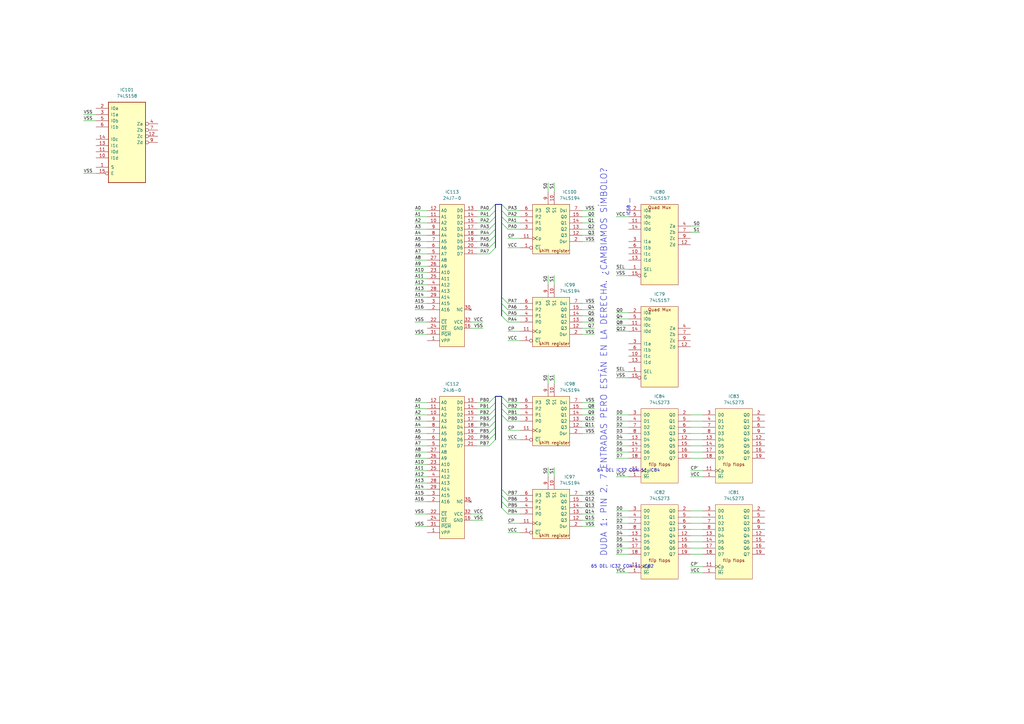
<source format=kicad_sch>
(kicad_sch (version 20231120) (generator "eeschema") (generator_version "8.0")
  (paper "A3")
  (lib_symbols
    (symbol "74LS273_1" (pin_names (offset 1.016))
      (property "Reference" "IC81" (at 0 20.32 0))
      (property "Value" "74LS273" (at 0 17.78 0))
      (symbol "74LS273_1_0_0"
        (text "flip flops" (at 0 -7.62 0) (effects (font (size 1.27 1.27))))
      )
      (symbol "74LS273_1_1_0"
        (pin input line (at -12.7 -12.7 0) (length 5.08) (name "~{Mr}") (number "1"))
        (pin input clock (at -12.7 -10.16 0) (length 5.08) (name "Cp") (number "11"))
        (pin output line (at 12.7 2.54 180) (length 5.08) (name "Q4") (number "12"))
        (pin input line (at -12.7 2.54 0) (length 5.08) (name "D4") (number "13"))
        (pin input line (at -12.7 0 0) (length 5.08) (name "D5") (number "14"))
        (pin output line (at 12.7 0 180) (length 5.08) (name "Q5") (number "15"))
        (pin output line (at 12.7 -2.54 180) (length 5.08) (name "Q6") (number "16"))
        (pin input line (at -12.7 -2.54 0) (length 5.08) (name "D6") (number "17"))
        (pin input line (at -12.7 -5.08 0) (length 5.08) (name "D7") (number "18"))
        (pin output line (at 12.7 -5.08 180) (length 5.08) (name "Q7") (number "19"))
        (pin output line (at 12.7 12.7 180) (length 5.08) (name "Q0") (number "2"))
        (pin input line (at -12.7 12.7 0) (length 5.08) (name "D0") (number "3"))
        (pin input line (at -12.7 10.16 0) (length 5.08) (name "D1") (number "4"))
        (pin output line (at 12.7 10.16 180) (length 5.08) (name "Q1") (number "5"))
        (pin output line (at 12.7 7.62 180) (length 5.08) (name "Q2") (number "6"))
        (pin input line (at -12.7 7.62 0) (length 5.08) (name "D2") (number "7"))
        (pin input line (at -12.7 5.08 0) (length 5.08) (name "D3") (number "8"))
        (pin output line (at 12.7 5.08 180) (length 5.08) (name "Q3") (number "9"))
      )
      (symbol "74LS273_1_1_1"
        (rectangle (start -7.62 15.24) (end 7.62 -15.24) (stroke (width 0.127)) (fill (type background)))
      )
    )
    (symbol "74LS273_2" (pin_names (offset 1.016))
      (property "Reference" "IC82" (at 0 20.32 0))
      (property "Value" "74LS273" (at 0 17.78 0))
      (symbol "74LS273_2_0_0"
        (text "flip flops" (at 0 -7.62 0) (effects (font (size 1.27 1.27))))
      )
      (symbol "74LS273_2_1_0"
        (pin input line (at -12.7 -12.7 0) (length 5.08) (name "~{Mr}") (number "1"))
        (pin input clock (at -12.7 -10.16 0) (length 5.08) (name "Cp") (number "11"))
        (pin output line (at 12.7 2.54 180) (length 5.08) (name "Q4") (number "12"))
        (pin input line (at -12.7 2.54 0) (length 5.08) (name "D4") (number "13"))
        (pin input line (at -12.7 0 0) (length 5.08) (name "D5") (number "14"))
        (pin output line (at 12.7 0 180) (length 5.08) (name "Q5") (number "15"))
        (pin output line (at 12.7 -2.54 180) (length 5.08) (name "Q6") (number "16"))
        (pin input line (at -12.7 -2.54 0) (length 5.08) (name "D6") (number "17"))
        (pin input line (at -12.7 -5.08 0) (length 5.08) (name "D7") (number "18"))
        (pin output line (at 12.7 -5.08 180) (length 5.08) (name "Q7") (number "19"))
        (pin output line (at 12.7 12.7 180) (length 5.08) (name "Q0") (number "2"))
        (pin input line (at -12.7 12.7 0) (length 5.08) (name "D0") (number "3"))
        (pin input line (at -12.7 10.16 0) (length 5.08) (name "D1") (number "4"))
        (pin output line (at 12.7 10.16 180) (length 5.08) (name "Q1") (number "5"))
        (pin output line (at 12.7 7.62 180) (length 5.08) (name "Q2") (number "6"))
        (pin input line (at -12.7 7.62 0) (length 5.08) (name "D2") (number "7"))
        (pin input line (at -12.7 5.08 0) (length 5.08) (name "D3") (number "8"))
        (pin output line (at 12.7 5.08 180) (length 5.08) (name "Q3") (number "9"))
      )
      (symbol "74LS273_2_1_1"
        (rectangle (start -7.62 15.24) (end 7.62 -15.24) (stroke (width 0.127)) (fill (type background)))
      )
    )
    (symbol "74LS273_3" (pin_names (offset 1.016))
      (property "Reference" "IC84" (at 0 20.32 0))
      (property "Value" "74LS273" (at 0 17.78 0))
      (symbol "74LS273_3_0_0"
        (text "flip flops" (at 0 -7.62 0) (effects (font (size 1.27 1.27))))
      )
      (symbol "74LS273_3_1_0"
        (pin input line (at -12.7 -12.7 0) (length 5.08) (name "~{Mr}") (number "1"))
        (pin input clock (at -12.7 -10.16 0) (length 5.08) (name "Cp") (number "11"))
        (pin output line (at 12.7 2.54 180) (length 5.08) (name "Q4") (number "12"))
        (pin input line (at -12.7 2.54 0) (length 5.08) (name "D4") (number "13"))
        (pin input line (at -12.7 0 0) (length 5.08) (name "D5") (number "14"))
        (pin output line (at 12.7 0 180) (length 5.08) (name "Q5") (number "15"))
        (pin output line (at 12.7 -2.54 180) (length 5.08) (name "Q6") (number "16"))
        (pin input line (at -12.7 -2.54 0) (length 5.08) (name "D6") (number "17"))
        (pin input line (at -12.7 -5.08 0) (length 5.08) (name "D7") (number "18"))
        (pin output line (at 12.7 -5.08 180) (length 5.08) (name "Q7") (number "19"))
        (pin output line (at 12.7 12.7 180) (length 5.08) (name "Q0") (number "2"))
        (pin input line (at -12.7 12.7 0) (length 5.08) (name "D0") (number "3"))
        (pin input line (at -12.7 10.16 0) (length 5.08) (name "D1") (number "4"))
        (pin output line (at 12.7 10.16 180) (length 5.08) (name "Q1") (number "5"))
        (pin output line (at 12.7 7.62 180) (length 5.08) (name "Q2") (number "6"))
        (pin input line (at -12.7 7.62 0) (length 5.08) (name "D2") (number "7"))
        (pin input line (at -12.7 5.08 0) (length 5.08) (name "D3") (number "8"))
        (pin output line (at 12.7 5.08 180) (length 5.08) (name "Q3") (number "9"))
      )
      (symbol "74LS273_3_1_1"
        (rectangle (start -7.62 15.24) (end 7.62 -15.24) (stroke (width 0.127)) (fill (type background)))
      )
    )
    (symbol "jt74:74LS157" (pin_names (offset 1.016))
      (property "Reference" "U" (at 5.08 16.51 0))
      (property "Value" "74LS157" (at 0 -16.51 0))
      (symbol "74LS157_0_0"
        (text "Quad Mux" (at 0 13.97 0) (effects (font (size 1.27 1.27))))
      )
      (symbol "74LS157_1_0"
        (pin input line (at -12.7 -11.43 0) (length 5.08) (name "SEL") (number "1"))
        (pin input line (at -12.7 -5.08 0) (length 5.08) (name "I1c") (number "10"))
        (pin input line (at -12.7 7.62 0) (length 5.08) (name "I0c") (number "11"))
        (pin output line (at 12.7 -1.27 180) (length 5.08) (name "Zd") (number "12"))
        (pin input line (at -12.7 -7.62 0) (length 5.08) (name "I1d") (number "13"))
        (pin input line (at -12.7 5.08 0) (length 5.08) (name "I0d") (number "14"))
        (pin input inverted (at -12.7 -13.97 0) (length 5.08) (name "~{G}") (number "15"))
        (pin input line (at -12.7 12.7 0) (length 5.08) (name "I0a") (number "2"))
        (pin input line (at -12.7 0 0) (length 5.08) (name "I1a") (number "3"))
        (pin output line (at 12.7 6.35 180) (length 5.08) (name "Za") (number "4"))
        (pin input line (at -12.7 10.16 0) (length 5.08) (name "I0b") (number "5"))
        (pin input line (at -12.7 -2.54 0) (length 5.08) (name "I1b") (number "6"))
        (pin output line (at 12.7 3.81 180) (length 5.08) (name "Zb") (number "7"))
        (pin output line (at 12.7 1.27 180) (length 5.08) (name "Zc") (number "9"))
      )
      (symbol "74LS157_1_1"
        (rectangle (start -7.62 15.24) (end 7.62 -17.78) (fill (type background)))
      )
    )
    (symbol "jt74:74LS158" (pin_names (offset 1.016))
      (property "Reference" "IC101" (at 0 20.32 0))
      (property "Value" "74LS158" (at 0 17.78 0))
      (symbol "74LS158_1_0"
        (pin input line (at -12.7 -11.43 0) (length 5.08) (name "S") (number "1"))
        (pin input line (at -12.7 -7.62 0) (length 5.08) (name "I1d") (number "10"))
        (pin input line (at -12.7 -5.08 0) (length 5.08) (name "I0d") (number "11"))
        (pin output inverted (at 12.7 1.27 180) (length 5.08) (name "Zc") (number "12"))
        (pin input line (at -12.7 -2.54 0) (length 5.08) (name "I1c") (number "13"))
        (pin input line (at -12.7 0 0) (length 5.08) (name "I0c") (number "14"))
        (pin input inverted (at -12.7 -13.97 0) (length 5.08) (name "E") (number "15"))
        (pin input line (at 0 20.32 270) (length 5.08) hide (name "VCC") (number "16"))
        (pin input line (at -12.7 12.7 0) (length 5.08) (name "I0a") (number "2"))
        (pin input line (at -12.7 10.16 0) (length 5.08) (name "I1a") (number "3"))
        (pin output inverted (at 12.7 6.35 180) (length 5.08) (name "Za") (number "4"))
        (pin input line (at -12.7 7.62 0) (length 5.08) (name "I0b") (number "5"))
        (pin input line (at -12.7 5.08 0) (length 5.08) (name "I1b") (number "6"))
        (pin output inverted (at 12.7 3.81 180) (length 5.08) (name "Zb") (number "7"))
        (pin input line (at 0 -22.86 90) (length 5.08) hide (name "GND") (number "8"))
        (pin output inverted (at 12.7 -1.27 180) (length 5.08) (name "Zd") (number "9"))
      )
      (symbol "74LS158_1_1"
        (rectangle (start -7.62 15.24) (end 7.62 -17.78) (stroke (width 0.254)) (fill (type background)))
      )
    )
    (symbol "jt74:74LS194" (pin_names (offset 1.016))
      (property "Reference" "U" (at 0 -2.54 0))
      (property "Value" "74LS194" (at 0 -13.97 0))
      (symbol "74LS194_0_0"
        (text "shift register" (at 1.27 -11.43 0) (effects (font (size 1.27 1.27))))
      )
      (symbol "74LS194_1_0"
        (pin input inverted (at -12.7 -10.16 0) (length 5.08) (name "~{CL}") (number "1"))
        (pin input line (at 1.27 12.7 270) (length 5.08) (name "S1") (number "10"))
        (pin input clock (at -12.7 -6.35 0) (length 5.08) (name "Cp") (number "11"))
        (pin output line (at 12.7 -5.08 180) (length 5.08) (name "Q3") (number "12"))
        (pin output line (at 12.7 -2.54 180) (length 5.08) (name "Q2") (number "13"))
        (pin output line (at 12.7 0 180) (length 5.08) (name "Q1") (number "14"))
        (pin output line (at 12.7 2.54 180) (length 5.08) (name "Q0") (number "15"))
        (pin input line (at 12.7 -7.62 180) (length 5.08) (name "Dsr") (number "2"))
        (pin input line (at -12.7 -2.54 0) (length 5.08) (name "P0") (number "3"))
        (pin input line (at -12.7 0 0) (length 5.08) (name "P1") (number "4"))
        (pin input line (at -12.7 2.54 0) (length 5.08) (name "P2") (number "5"))
        (pin input line (at -12.7 5.08 0) (length 5.08) (name "P3") (number "6"))
        (pin input line (at 12.7 5.08 180) (length 5.08) (name "Dsl") (number "7"))
        (pin input line (at -1.27 12.7 270) (length 5.08) (name "S0") (number "9"))
      )
      (symbol "74LS194_1_1"
        (rectangle (start -7.62 7.62) (end 7.62 -12.7) (fill (type background)))
      )
    )
    (symbol "jt74:74LS273" (pin_names (offset 1.016))
      (property "Reference" "IC83" (at 0 20.32 0))
      (property "Value" "74LS273" (at 0 17.78 0))
      (symbol "74LS273_0_0"
        (text "flip flops" (at 0 -7.62 0) (effects (font (size 1.27 1.27))))
      )
      (symbol "74LS273_1_0"
        (pin input line (at -12.7 -12.7 0) (length 5.08) (name "~{Mr}") (number "1"))
        (pin input clock (at -12.7 -10.16 0) (length 5.08) (name "Cp") (number "11"))
        (pin output line (at 12.7 2.54 180) (length 5.08) (name "Q4") (number "12"))
        (pin input line (at -12.7 2.54 0) (length 5.08) (name "D4") (number "13"))
        (pin input line (at -12.7 0 0) (length 5.08) (name "D5") (number "14"))
        (pin output line (at 12.7 0 180) (length 5.08) (name "Q5") (number "15"))
        (pin output line (at 12.7 -2.54 180) (length 5.08) (name "Q6") (number "16"))
        (pin input line (at -12.7 -2.54 0) (length 5.08) (name "D6") (number "17"))
        (pin input line (at -12.7 -5.08 0) (length 5.08) (name "D7") (number "18"))
        (pin output line (at 12.7 -5.08 180) (length 5.08) (name "Q7") (number "19"))
        (pin output line (at 12.7 12.7 180) (length 5.08) (name "Q0") (number "2"))
        (pin input line (at -12.7 12.7 0) (length 5.08) (name "D0") (number "3"))
        (pin input line (at -12.7 10.16 0) (length 5.08) (name "D1") (number "4"))
        (pin output line (at 12.7 10.16 180) (length 5.08) (name "Q1") (number "5"))
        (pin output line (at 12.7 7.62 180) (length 5.08) (name "Q2") (number "6"))
        (pin input line (at -12.7 7.62 0) (length 5.08) (name "D2") (number "7"))
        (pin input line (at -12.7 5.08 0) (length 5.08) (name "D3") (number "8"))
        (pin output line (at 12.7 5.08 180) (length 5.08) (name "Q3") (number "9"))
      )
      (symbol "74LS273_1_1"
        (rectangle (start -7.62 15.24) (end 7.62 -15.24) (stroke (width 0.127)) (fill (type background)))
      )
    )
    (symbol "jt_rom:27C1000"
      (property "Reference" "U" (at 0 33.02 0))
      (property "Value" "27C1000" (at 0 30.48 0))
      (symbol "27C1000_1_0"
        (pin no_connect line (at 7.62 -13.97 180) (length 2.54) (name "NC") (number "30"))
      )
      (symbol "27C1000_1_1"
        (rectangle (start -5.08 29.21) (end 5.08 -29.21) (fill (type background)))
        (pin input line (at -10.16 -26.67 0) (length 5.08) (name "VPP") (number "1"))
        (pin input line (at -10.16 21.59 0) (length 5.08) (name "A2") (number "10"))
        (pin input line (at -10.16 24.13 0) (length 5.08) (name "A1") (number "11"))
        (pin input line (at -10.16 26.67 0) (length 5.08) (name "A0") (number "12"))
        (pin tri_state line (at 10.16 26.67 180) (length 5.08) (name "D0") (number "13"))
        (pin tri_state line (at 10.16 24.13 180) (length 5.08) (name "D1") (number "14"))
        (pin tri_state line (at 10.16 21.59 180) (length 5.08) (name "D2") (number "15"))
        (pin power_in line (at 7.62 -21.59 180) (length 2.54) (name "GND") (number "16"))
        (pin tri_state line (at 10.16 19.05 180) (length 5.08) (name "D3") (number "17"))
        (pin tri_state line (at 10.16 16.51 180) (length 5.08) (name "D4") (number "18"))
        (pin tri_state line (at 10.16 13.97 180) (length 5.08) (name "D5") (number "19"))
        (pin input line (at -10.16 -13.97 0) (length 5.08) (name "A16") (number "2"))
        (pin tri_state line (at 10.16 11.43 180) (length 5.08) (name "D6") (number "20"))
        (pin tri_state line (at 10.16 8.89 180) (length 5.08) (name "D7") (number "21"))
        (pin input line (at -10.16 -19.05 0) (length 5.08) (name "~{CE}") (number "22"))
        (pin input line (at -10.16 1.27 0) (length 5.08) (name "A10") (number "23"))
        (pin input line (at -10.16 -21.59 0) (length 5.08) (name "~{OE}") (number "24"))
        (pin input line (at -10.16 -1.27 0) (length 5.08) (name "A11") (number "25"))
        (pin input line (at -10.16 3.81 0) (length 5.08) (name "A9") (number "26"))
        (pin input line (at -10.16 6.35 0) (length 5.08) (name "A8") (number "27"))
        (pin input line (at -10.16 -6.35 0) (length 5.08) (name "A13") (number "28"))
        (pin input line (at -10.16 -8.89 0) (length 5.08) (name "A14") (number "29"))
        (pin input line (at -10.16 -11.43 0) (length 5.08) (name "A15") (number "3"))
        (pin input line (at -10.16 -24.13 0) (length 5.08) (name "~{PGM}") (number "31"))
        (pin power_in line (at 7.62 -19.05 180) (length 2.54) (name "VCC") (number "32"))
        (pin input line (at -10.16 -3.81 0) (length 5.08) (name "A12") (number "4"))
        (pin input line (at -10.16 8.89 0) (length 5.08) (name "A7") (number "5"))
        (pin input line (at -10.16 11.43 0) (length 5.08) (name "A6") (number "6"))
        (pin input line (at -10.16 13.97 0) (length 5.08) (name "A5") (number "7"))
        (pin input line (at -10.16 16.51 0) (length 5.08) (name "A4") (number "8"))
        (pin input line (at -10.16 19.05 0) (length 5.08) (name "A3") (number "9"))
      )
    )
  )
  (bus_entry (at 200.66 101.6) (size 2.54 -2.54))
  (bus_entry (at 200.66 86.36) (size 2.54 -2.54))
  (bus_entry (at 205.74 170.18) (size 2.54 2.54))
  (bus_entry (at 200.66 165.1) (size 2.54 -2.54))
  (bus_entry (at 205.74 127) (size 2.54 2.54))
  (bus_entry (at 200.66 180.34) (size 2.54 -2.54))
  (bus_entry (at 205.74 200.66) (size 2.54 2.54))
  (bus_entry (at 205.74 165.1) (size 2.54 2.54))
  (bus_entry (at 205.74 203.2) (size 2.54 2.54))
  (bus_entry (at 205.74 83.82) (size 2.54 2.54))
  (bus_entry (at 205.74 121.92) (size 2.54 2.54))
  (bus_entry (at 200.66 170.18) (size 2.54 -2.54))
  (bus_entry (at 200.66 175.26) (size 2.54 -2.54))
  (bus_entry (at 200.66 182.88) (size 2.54 -2.54))
  (bus_entry (at 205.74 124.46) (size 2.54 2.54))
  (bus_entry (at 205.74 167.64) (size 2.54 2.54))
  (bus_entry (at 200.66 93.98) (size 2.54 -2.54))
  (bus_entry (at 200.66 91.44) (size 2.54 -2.54))
  (bus_entry (at 205.74 208.28) (size 2.54 2.54))
  (bus_entry (at 205.74 86.36) (size 2.54 2.54))
  (bus_entry (at 200.66 167.64) (size 2.54 -2.54))
  (bus_entry (at 205.74 162.56) (size 2.54 2.54))
  (bus_entry (at 205.74 129.54) (size 2.54 2.54))
  (bus_entry (at 200.66 96.52) (size 2.54 -2.54))
  (bus_entry (at 200.66 99.06) (size 2.54 -2.54))
  (bus_entry (at 200.66 104.14) (size 2.54 -2.54))
  (bus_entry (at 205.74 88.9) (size 2.54 2.54))
  (bus_entry (at 200.66 177.8) (size 2.54 -2.54))
  (bus_entry (at 200.66 172.72) (size 2.54 -2.54))
  (bus_entry (at 205.74 91.44) (size 2.54 2.54))
  (bus_entry (at 205.74 205.74) (size 2.54 2.54))
  (bus_entry (at 200.66 88.9) (size 2.54 -2.54))
  (bus (pts (xy 203.2 165.1) (xy 203.2 167.64)))
  (wire (pts (xy 252.73 128.27) (xy 257.81 128.27)))
  (wire (pts (xy 200.66 88.9) (xy 195.58 88.9)))
  (wire (pts (xy 252.73 175.26) (xy 257.81 175.26)))
  (wire (pts (xy 252.73 170.18) (xy 257.81 170.18)))
  (wire (pts (xy 170.18 111.76) (xy 175.26 111.76)))
  (wire (pts (xy 283.21 234.95) (xy 288.29 234.95)))
  (wire (pts (xy 252.73 133.35) (xy 257.81 133.35)))
  (wire (pts (xy 288.29 227.33) (xy 283.21 227.33)))
  (bus (pts (xy 203.2 93.98) (xy 203.2 96.52)))
  (wire (pts (xy 208.28 176.53) (xy 213.36 176.53)))
  (wire (pts (xy 287.02 92.71) (xy 283.21 92.71)))
  (wire (pts (xy 200.66 177.8) (xy 195.58 177.8)))
  (wire (pts (xy 208.28 127) (xy 213.36 127)))
  (wire (pts (xy 208.28 132.08) (xy 213.36 132.08)))
  (wire (pts (xy 243.84 96.52) (xy 238.76 96.52)))
  (bus (pts (xy 203.2 91.44) (xy 203.2 93.98)))
  (wire (pts (xy 208.28 208.28) (xy 213.36 208.28)))
  (wire (pts (xy 170.18 104.14) (xy 175.26 104.14)))
  (wire (pts (xy 283.21 232.41) (xy 288.29 232.41)))
  (bus (pts (xy 205.74 124.46) (xy 205.74 121.92)))
  (wire (pts (xy 208.28 167.64) (xy 213.36 167.64)))
  (wire (pts (xy 288.29 222.25) (xy 283.21 222.25)))
  (bus (pts (xy 203.2 162.56) (xy 203.2 165.1)))
  (wire (pts (xy 170.18 198.12) (xy 175.26 198.12)))
  (wire (pts (xy 227.33 191.77) (xy 227.33 195.58)))
  (wire (pts (xy 243.84 213.36) (xy 238.76 213.36)))
  (wire (pts (xy 200.66 182.88) (xy 195.58 182.88)))
  (wire (pts (xy 170.18 165.1) (xy 175.26 165.1)))
  (wire (pts (xy 243.84 203.2) (xy 238.76 203.2)))
  (wire (pts (xy 170.18 185.42) (xy 175.26 185.42)))
  (wire (pts (xy 287.02 95.25) (xy 283.21 95.25)))
  (wire (pts (xy 170.18 195.58) (xy 175.26 195.58)))
  (wire (pts (xy 208.28 218.44) (xy 213.36 218.44)))
  (wire (pts (xy 170.18 167.64) (xy 175.26 167.64)))
  (wire (pts (xy 208.28 205.74) (xy 213.36 205.74)))
  (wire (pts (xy 170.18 215.9) (xy 175.26 215.9)))
  (wire (pts (xy 170.18 101.6) (xy 175.26 101.6)))
  (wire (pts (xy 227.33 74.93) (xy 227.33 78.74)))
  (wire (pts (xy 288.29 180.34) (xy 283.21 180.34)))
  (wire (pts (xy 243.84 205.74) (xy 238.76 205.74)))
  (wire (pts (xy 170.18 137.16) (xy 175.26 137.16)))
  (wire (pts (xy 224.79 153.67) (xy 224.79 157.48)))
  (bus (pts (xy 205.74 165.1) (xy 205.74 162.56)))
  (wire (pts (xy 170.18 175.26) (xy 175.26 175.26)))
  (wire (pts (xy 224.79 74.93) (xy 224.79 78.74)))
  (wire (pts (xy 170.18 172.72) (xy 175.26 172.72)))
  (wire (pts (xy 243.84 129.54) (xy 238.76 129.54)))
  (bus (pts (xy 205.74 91.44) (xy 205.74 88.9)))
  (wire (pts (xy 252.73 187.96) (xy 257.81 187.96)))
  (wire (pts (xy 288.29 177.8) (xy 283.21 177.8)))
  (wire (pts (xy 288.29 185.42) (xy 283.21 185.42)))
  (bus (pts (xy 205.74 121.92) (xy 205.74 91.44)))
  (wire (pts (xy 243.84 132.08) (xy 238.76 132.08)))
  (wire (pts (xy 170.18 182.88) (xy 175.26 182.88)))
  (wire (pts (xy 208.28 214.63) (xy 213.36 214.63)))
  (wire (pts (xy 208.28 124.46) (xy 213.36 124.46)))
  (bus (pts (xy 203.2 86.36) (xy 203.2 88.9)))
  (bus (pts (xy 205.74 200.66) (xy 205.74 170.18)))
  (wire (pts (xy 243.84 134.62) (xy 238.76 134.62)))
  (bus (pts (xy 205.74 127) (xy 205.74 124.46)))
  (wire (pts (xy 243.84 165.1) (xy 238.76 165.1)))
  (wire (pts (xy 243.84 91.44) (xy 238.76 91.44)))
  (wire (pts (xy 288.29 209.55) (xy 283.21 209.55)))
  (wire (pts (xy 288.29 214.63) (xy 283.21 214.63)))
  (wire (pts (xy 252.73 135.89) (xy 257.81 135.89)))
  (wire (pts (xy 227.33 153.67) (xy 227.33 157.48)))
  (bus (pts (xy 205.74 162.56) (xy 203.2 162.56)))
  (wire (pts (xy 208.28 165.1) (xy 213.36 165.1)))
  (wire (pts (xy 208.28 93.98) (xy 213.36 93.98)))
  (bus (pts (xy 205.74 129.54) (xy 205.74 127)))
  (wire (pts (xy 170.18 193.04) (xy 175.26 193.04)))
  (wire (pts (xy 243.84 93.98) (xy 238.76 93.98)))
  (wire (pts (xy 208.28 86.36) (xy 213.36 86.36)))
  (wire (pts (xy 208.28 97.79) (xy 213.36 97.79)))
  (wire (pts (xy 170.18 116.84) (xy 175.26 116.84)))
  (wire (pts (xy 170.18 119.38) (xy 175.26 119.38)))
  (wire (pts (xy 34.29 71.12) (xy 39.37 71.12)))
  (wire (pts (xy 252.73 152.4) (xy 257.81 152.4)))
  (wire (pts (xy 288.29 219.71) (xy 283.21 219.71)))
  (wire (pts (xy 170.18 132.08) (xy 175.26 132.08)))
  (wire (pts (xy 208.28 101.6) (xy 213.36 101.6)))
  (wire (pts (xy 243.84 88.9) (xy 238.76 88.9)))
  (wire (pts (xy 243.84 124.46) (xy 238.76 124.46)))
  (wire (pts (xy 283.21 193.04) (xy 288.29 193.04)))
  (wire (pts (xy 170.18 93.98) (xy 175.26 93.98)))
  (bus (pts (xy 203.2 177.8) (xy 203.2 180.34)))
  (wire (pts (xy 198.12 132.08) (xy 193.04 132.08)))
  (wire (pts (xy 252.73 217.17) (xy 257.81 217.17)))
  (wire (pts (xy 252.73 185.42) (xy 257.81 185.42)))
  (wire (pts (xy 283.21 195.58) (xy 288.29 195.58)))
  (bus (pts (xy 203.2 99.06) (xy 203.2 101.6)))
  (wire (pts (xy 200.66 165.1) (xy 195.58 165.1)))
  (wire (pts (xy 170.18 88.9) (xy 175.26 88.9)))
  (wire (pts (xy 34.29 46.99) (xy 39.37 46.99)))
  (bus (pts (xy 205.74 86.36) (xy 205.74 83.82)))
  (bus (pts (xy 205.74 167.64) (xy 205.74 165.1)))
  (wire (pts (xy 200.66 91.44) (xy 195.58 91.44)))
  (wire (pts (xy 170.18 205.74) (xy 175.26 205.74)))
  (wire (pts (xy 208.28 135.89) (xy 213.36 135.89)))
  (wire (pts (xy 170.18 96.52) (xy 175.26 96.52)))
  (wire (pts (xy 252.73 234.95) (xy 257.81 234.95)))
  (wire (pts (xy 208.28 129.54) (xy 213.36 129.54)))
  (wire (pts (xy 170.18 114.3) (xy 175.26 114.3)))
  (wire (pts (xy 243.84 167.64) (xy 238.76 167.64)))
  (wire (pts (xy 252.73 88.9) (xy 257.81 88.9)))
  (wire (pts (xy 200.66 93.98) (xy 195.58 93.98)))
  (wire (pts (xy 252.73 182.88) (xy 257.81 182.88)))
  (wire (pts (xy 170.18 124.46) (xy 175.26 124.46)))
  (wire (pts (xy 208.28 180.34) (xy 213.36 180.34)))
  (wire (pts (xy 243.84 99.06) (xy 238.76 99.06)))
  (bus (pts (xy 203.2 96.52) (xy 203.2 99.06)))
  (wire (pts (xy 170.18 190.5) (xy 175.26 190.5)))
  (wire (pts (xy 200.66 172.72) (xy 195.58 172.72)))
  (bus (pts (xy 205.74 208.28) (xy 205.74 205.74)))
  (wire (pts (xy 243.84 127) (xy 238.76 127)))
  (wire (pts (xy 252.73 222.25) (xy 257.81 222.25)))
  (wire (pts (xy 208.28 172.72) (xy 213.36 172.72)))
  (wire (pts (xy 252.73 177.8) (xy 257.81 177.8)))
  (wire (pts (xy 288.29 175.26) (xy 283.21 175.26)))
  (wire (pts (xy 170.18 170.18) (xy 175.26 170.18)))
  (wire (pts (xy 288.29 187.96) (xy 283.21 187.96)))
  (bus (pts (xy 203.2 175.26) (xy 203.2 177.8)))
  (wire (pts (xy 243.84 175.26) (xy 238.76 175.26)))
  (wire (pts (xy 288.29 212.09) (xy 283.21 212.09)))
  (wire (pts (xy 252.73 214.63) (xy 257.81 214.63)))
  (wire (pts (xy 170.18 99.06) (xy 175.26 99.06)))
  (wire (pts (xy 170.18 203.2) (xy 175.26 203.2)))
  (bus (pts (xy 205.74 205.74) (xy 205.74 203.2)))
  (wire (pts (xy 198.12 134.62) (xy 193.04 134.62)))
  (wire (pts (xy 170.18 127) (xy 175.26 127)))
  (wire (pts (xy 243.84 170.18) (xy 238.76 170.18)))
  (wire (pts (xy 243.84 172.72) (xy 238.76 172.72)))
  (wire (pts (xy 252.73 219.71) (xy 257.81 219.71)))
  (wire (pts (xy 252.73 172.72) (xy 257.81 172.72)))
  (wire (pts (xy 252.73 154.94) (xy 257.81 154.94)))
  (wire (pts (xy 200.66 101.6) (xy 195.58 101.6)))
  (wire (pts (xy 208.28 88.9) (xy 213.36 88.9)))
  (wire (pts (xy 224.79 191.77) (xy 224.79 195.58)))
  (wire (pts (xy 252.73 195.58) (xy 257.81 195.58)))
  (wire (pts (xy 252.73 113.03) (xy 257.81 113.03)))
  (wire (pts (xy 288.29 224.79) (xy 283.21 224.79)))
  (wire (pts (xy 243.84 210.82) (xy 238.76 210.82)))
  (wire (pts (xy 200.66 86.36) (xy 195.58 86.36)))
  (wire (pts (xy 208.28 210.82) (xy 213.36 210.82)))
  (wire (pts (xy 200.66 96.52) (xy 195.58 96.52)))
  (wire (pts (xy 288.29 217.17) (xy 283.21 217.17)))
  (wire (pts (xy 200.66 170.18) (xy 195.58 170.18)))
  (wire (pts (xy 198.12 213.36) (xy 193.04 213.36)))
  (wire (pts (xy 288.29 170.18) (xy 283.21 170.18)))
  (wire (pts (xy 170.18 91.44) (xy 175.26 91.44)))
  (wire (pts (xy 224.79 113.03) (xy 224.79 116.84)))
  (wire (pts (xy 243.84 208.28) (xy 238.76 208.28)))
  (wire (pts (xy 200.66 99.06) (xy 195.58 99.06)))
  (wire (pts (xy 200.66 104.14) (xy 195.58 104.14)))
  (wire (pts (xy 252.73 110.49) (xy 257.81 110.49)))
  (wire (pts (xy 170.18 187.96) (xy 175.26 187.96)))
  (wire (pts (xy 208.28 139.7) (xy 213.36 139.7)))
  (wire (pts (xy 243.84 215.9) (xy 238.76 215.9)))
  (wire (pts (xy 208.28 91.44) (xy 213.36 91.44)))
  (bus (pts (xy 203.2 172.72) (xy 203.2 175.26)))
  (wire (pts (xy 288.29 182.88) (xy 283.21 182.88)))
  (wire (pts (xy 227.33 113.03) (xy 227.33 116.84)))
  (wire (pts (xy 170.18 109.22) (xy 175.26 109.22)))
  (wire (pts (xy 170.18 180.34) (xy 175.26 180.34)))
  (wire (pts (xy 34.29 49.53) (xy 39.37 49.53)))
  (bus (pts (xy 203.2 88.9) (xy 203.2 91.44)))
  (wire (pts (xy 170.18 177.8) (xy 175.26 177.8)))
  (wire (pts (xy 252.73 224.79) (xy 257.81 224.79)))
  (wire (pts (xy 170.18 200.66) (xy 175.26 200.66)))
  (wire (pts (xy 243.84 86.36) (xy 238.76 86.36)))
  (wire (pts (xy 200.66 175.26) (xy 195.58 175.26)))
  (wire (pts (xy 252.73 227.33) (xy 257.81 227.33)))
  (wire (pts (xy 200.66 167.64) (xy 195.58 167.64)))
  (bus (pts (xy 203.2 167.64) (xy 203.2 170.18)))
  (bus (pts (xy 203.2 170.18) (xy 203.2 172.72)))
  (wire (pts (xy 252.73 209.55) (xy 257.81 209.55)))
  (bus (pts (xy 205.74 83.82) (xy 203.2 83.82)))
  (wire (pts (xy 170.18 121.92) (xy 175.26 121.92)))
  (wire (pts (xy 170.18 86.36) (xy 175.26 86.36)))
  (bus (pts (xy 205.74 170.18) (xy 205.74 167.64)))
  (wire (pts (xy 208.28 203.2) (xy 213.36 203.2)))
  (wire (pts (xy 288.29 172.72) (xy 283.21 172.72)))
  (wire (pts (xy 252.73 212.09) (xy 257.81 212.09)))
  (wire (pts (xy 243.84 177.8) (xy 238.76 177.8)))
  (bus (pts (xy 205.74 203.2) (xy 205.74 200.66)))
  (wire (pts (xy 198.12 210.82) (xy 193.04 210.82)))
  (bus (pts (xy 203.2 83.82) (xy 203.2 86.36)))
  (wire (pts (xy 170.18 210.82) (xy 175.26 210.82)))
  (wire (pts (xy 208.28 170.18) (xy 213.36 170.18)))
  (bus (pts (xy 205.74 88.9) (xy 205.74 86.36)))
  (wire (pts (xy 200.66 180.34) (xy 195.58 180.34)))
  (wire (pts (xy 252.73 130.81) (xy 257.81 130.81)))
  (wire (pts (xy 170.18 106.68) (xy 175.26 106.68)))
  (wire (pts (xy 252.73 180.34) (xy 257.81 180.34)))
  (wire (pts (xy 243.84 137.16) (xy 238.76 137.16)))
  (text "DUDA 1: PIN 2, 7 ENTRADAS PERO ESTÁN EN LA DERECHA. ¿CAMBIAMOS SÍMBOLO?" (at 247.65 148.59 90) (effects (font (size 2.54 2.54))))
  (text "IC58 ..." (at 257.81 85.09 90) (effects (font (size 1.27 1.27))))
  (text "65 DEL IC32 CON 11 IC82\n" (at 255.27 232.41 0) (effects (font (size 1.27 1.27))))
  (text "64 DEL IC32 CON 11 IC84\n" (at 257.81 193.04 0) (effects (font (size 1.27 1.27))))
  (label "Q4" (at 252.73 130.81 0))
  (label "VSS" (at 243.84 86.36 180))
  (label "S0" (at 224.79 191.77 270))
  (label "VSS" (at 34.29 71.12 0))
  (label "Q15" (at 243.84 213.36 180))
  (label "A10" (at 170.18 190.5 0))
  (label "SEL" (at 252.73 152.4 0))
  (label "A3" (at 170.18 93.98 0))
  (label "VCC" (at 208.28 101.6 0))
  (label "A8" (at 170.18 106.68 0))
  (label "VSS" (at 252.73 113.03 0))
  (label "D5" (at 252.73 182.88 0))
  (label "S1" (at 227.33 74.93 270))
  (label "VCC" (at 208.28 218.44 0))
  (label "VSS" (at 34.29 46.99 0))
  (label "A16" (at 170.18 205.74 0))
  (label "PA7" (at 208.28 124.46 0))
  (label "Q4" (at 243.84 127 180))
  (label "A2" (at 170.18 91.44 0))
  (label "PB3" (at 200.66 172.72 180))
  (label "S0" (at 224.79 153.67 270))
  (label "VSS" (at 198.12 134.62 180))
  (label "CP" (at 208.28 214.63 0))
  (label "PB3" (at 208.28 165.1 0))
  (label "Q6" (at 243.84 132.08 180))
  (label "S1" (at 227.33 191.77 270))
  (label "A11" (at 170.18 193.04 0))
  (label "Q2" (at 243.84 93.98 180))
  (label "PA5" (at 200.66 99.06 180))
  (label "A6" (at 170.18 180.34 0))
  (label "Q12" (at 252.73 135.89 0))
  (label "S0" (at 287.02 92.71 180))
  (label "A7" (at 170.18 104.14 0))
  (label "SEL" (at 252.73 110.49 0))
  (label "PA7" (at 200.66 104.14 180))
  (label "A7" (at 170.18 182.88 0))
  (label "PA0" (at 208.28 93.98 0))
  (label "D0" (at 252.73 209.55 0))
  (label "Q0" (at 243.84 88.9 180))
  (label "CP'" (at 283.21 193.04 0))
  (label "VCC" (at 283.21 234.95 0))
  (label "A8" (at 170.18 185.42 0))
  (label "VSS" (at 243.84 99.06 180))
  (label "A14" (at 170.18 121.92 0))
  (label "VCC" (at 283.21 195.58 0))
  (label "VSS" (at 170.18 210.82 0))
  (label "PA6" (at 208.28 127 0))
  (label "D7" (at 252.73 187.96 0))
  (label "VSS" (at 243.84 215.9 180))
  (label "VSS" (at 243.84 137.16 180))
  (label "VCC" (at 252.73 88.9 0))
  (label "A4" (at 170.18 96.52 0))
  (label "Q8" (at 252.73 133.35 0))
  (label "VSS" (at 170.18 132.08 0))
  (label "A6" (at 170.18 101.6 0))
  (label "A5" (at 170.18 177.8 0))
  (label "PB0" (at 208.28 172.72 0))
  (label "CP" (at 208.28 97.79 0))
  (label "VCC" (at 208.28 139.7 0))
  (label "PB1" (at 208.28 170.18 0))
  (label "PA6" (at 200.66 101.6 180))
  (label "Q8" (at 243.84 167.64 180))
  (label "A9" (at 170.18 187.96 0))
  (label "CP" (at 208.28 176.53 0))
  (label "PB7" (at 208.28 203.2 0))
  (label "A13" (at 170.18 198.12 0))
  (label "A9" (at 170.18 109.22 0))
  (label "PB2" (at 208.28 167.64 0))
  (label "A2" (at 170.18 170.18 0))
  (label "PB0" (at 200.66 165.1 180))
  (label "A5" (at 170.18 99.06 0))
  (label "PB5" (at 208.28 208.28 0))
  (label "PB1" (at 200.66 167.64 180))
  (label "PA2" (at 200.66 91.44 180))
  (label "A0" (at 170.18 165.1 0))
  (label "A12" (at 170.18 195.58 0))
  (label "PA1" (at 208.28 91.44 0))
  (label "A11" (at 170.18 114.3 0))
  (label "D6" (at 252.73 185.42 0))
  (label "CP'" (at 283.21 232.41 0))
  (label "D6" (at 252.73 224.79 0))
  (label "S1" (at 227.33 113.03 270))
  (label "VCC" (at 198.12 132.08 180))
  (label "D5" (at 252.73 222.25 0))
  (label "A1" (at 170.18 167.64 0))
  (label "A4" (at 170.18 175.26 0))
  (label "PB6" (at 200.66 180.34 180))
  (label "VCC" (at 208.28 180.34 0))
  (label "VSS" (at 170.18 137.16 0))
  (label "PB6" (at 208.28 205.74 0))
  (label "S1" (at 287.02 95.25 180))
  (label "S1" (at 227.33 153.67 270))
  (label "PA3" (at 208.28 86.36 0))
  (label "PA1" (at 200.66 88.9 180))
  (label "PA2" (at 208.28 88.9 0))
  (label "VSS" (at 243.84 124.46 180))
  (label "PA4" (at 200.66 96.52 180))
  (label "PA5" (at 208.28 129.54 0))
  (label "VCC" (at 198.12 210.82 180))
  (label "Q0" (at 252.73 128.27 0))
  (label "D0" (at 252.73 170.18 0))
  (label "D3" (at 252.73 177.8 0))
  (label "Q10" (at 243.84 172.72 180))
  (label "Q11" (at 243.84 175.26 180))
  (label "A15" (at 170.18 203.2 0))
  (label "A13" (at 170.18 119.38 0))
  (label "D1" (at 252.73 172.72 0))
  (label "D4" (at 252.73 180.34 0))
  (label "Q1" (at 243.84 91.44 180))
  (label "PB4" (at 200.66 175.26 180))
  (label "PB2" (at 200.66 170.18 180))
  (label "D7" (at 252.73 227.33 0))
  (label "A1" (at 170.18 88.9 0))
  (label "Q7" (at 243.84 134.62 180))
  (label "S0" (at 224.79 113.03 270))
  (label "PA4" (at 208.28 132.08 0))
  (label "VSS" (at 243.84 165.1 180))
  (label "Q9" (at 243.84 170.18 180))
  (label "VCC" (at 252.73 234.95 0))
  (label "A12" (at 170.18 116.84 0))
  (label "VSS" (at 243.84 203.2 180))
  (label "Q12" (at 243.84 205.74 180))
  (label "VSS" (at 170.18 215.9 0))
  (label "A15" (at 170.18 124.46 0))
  (label "D4" (at 252.73 219.71 0))
  (label "A16" (at 170.18 127 0))
  (label "A3" (at 170.18 172.72 0))
  (label "A14" (at 170.18 200.66 0))
  (label "VSS" (at 198.12 213.36 180))
  (label "CP" (at 208.28 135.89 0))
  (label "VCC" (at 252.73 195.58 0))
  (label "PB5" (at 200.66 177.8 180))
  (label "VSS" (at 252.73 154.94 0))
  (label "VSS" (at 34.29 49.53 0))
  (label "PB4" (at 208.28 210.82 0))
  (label "PB7" (at 200.66 182.88 180))
  (label "Q13" (at 243.84 208.28 180))
  (label "Q14" (at 243.84 210.82 180))
  (label "D1" (at 252.73 212.09 0))
  (label "PA0" (at 200.66 86.36 180))
  (label "D3" (at 252.73 217.17 0))
  (label "Q3" (at 243.84 96.52 180))
  (label "S0" (at 224.79 74.93 270))
  (label "VSS" (at 243.84 177.8 180))
  (label "A0" (at 170.18 86.36 0))
  (label "PA3" (at 200.66 93.98 180))
  (label "A10" (at 170.18 111.76 0))
  (label "D2" (at 252.73 214.63 0))
  (label "Q5" (at 243.84 129.54 180))
  (label "D2" (at 252.73 175.26 0))
  (symbol (lib_id "jt74:74LS157") (at 270.51 99.06 0) (unit 1)
    (property "Reference" "IC80" (at 270.51 78.74 0))
    (property "Value" "74LS157" (at 270.51 81.28 0))
    (property "Datasheet" "https://www.alldatasheet.com/datasheet-pdf/pdf/27402/TI/74LS157.html" (effects (hide yes)))
    (property "Description" "Quad 2 to 1 line Multiplexer" (effects (hide yes)))
  )
  (symbol (lib_id "jt74:74LS194") (at 226.06 91.44 0) (unit 1)
    (property "Reference" "IC100" (at 233.68 78.74 0))
    (property "Value" "74LS194" (at 233.68 81.28 0))
    (property "Datasheet" "https://www.ti.com/lit/ds/symlink/sn54ls194a.pdf?ts=1723710191457" (effects (hide yes)))
    (property "Description" "Shift Register 4-bit Bidirectional" (effects (hide yes)))
  )
  (symbol (lib_id "jt_rom:27C1000") (at 185.42 191.77 0) (unit 1)
    (property "Reference" "IC112" (at 185.42 157.48 0))
    (property "Value" "24J6-0" (at 185.42 160.02 0))
    (property "Datasheet" "http://www.bitsavers.org/components/macronix/1993_Macronix_Memory_Data_Book.pdf" (effects (hide yes)))
    (property "Description" "EPROM 1Mbit (128k x 8bit) JEDEC pin out" (effects (hide yes)))
  )
  (symbol (lib_id "jt74:74LS194") (at 226.06 129.54 0) (unit 1)
    (property "Reference" "IC99" (at 233.68 116.84 0))
    (property "Value" "74LS194" (at 233.68 119.38 0))
    (property "Datasheet" "https://www.ti.com/lit/ds/symlink/sn54ls194a.pdf?ts=1723710191457" (effects (hide yes)))
    (property "Description" "Shift Register 4-bit Bidirectional" (effects (hide yes)))
  )
  (symbol (lib_id "jt74:74LS194") (at 226.06 170.18 0) (unit 1)
    (property "Reference" "IC98" (at 233.68 157.48 0))
    (property "Value" "74LS194" (at 233.68 160.02 0))
    (property "Datasheet" "https://www.ti.com/lit/ds/symlink/sn54ls194a.pdf?ts=1723710191457" (effects (hide yes)))
    (property "Description" "Shift Register 4-bit Bidirectional" (effects (hide yes)))
  )
  (symbol (lib_id "jt74:74LS273") (at 300.99 182.88 0) (unit 1)
    (property "Reference" "IC83" (at 300.99 162.56 0))
    (property "Value" "74LS273" (at 300.99 165.1 0))
    (property "Datasheet" "http://www.ti.com/lit/gpn/sn74LS273" (effects (hide yes)))
    (property "Description" "8-bit D Flip-Flop, reset" (effects (hide yes)))
  )
  (symbol (lib_name "74LS273_3") (lib_id "jt74:74LS273") (at 270.51 182.88 0) (unit 1)
    (property "Reference" "IC84" (at 270.51 162.56 0))
    (property "Value" "74LS273" (at 270.51 165.1 0))
    (property "Datasheet" "http://www.ti.com/lit/gpn/sn74LS273" (effects (hide yes)))
    (property "Description" "8-bit D Flip-Flop, reset" (effects (hide yes)))
  )
  (symbol (lib_id "jt74:74LS157") (at 270.51 140.97 0) (unit 1)
    (property "Reference" "IC79" (at 270.51 120.65 0))
    (property "Value" "74LS157" (at 270.51 123.19 0))
    (property "Datasheet" "https://www.alldatasheet.com/datasheet-pdf/pdf/27402/TI/74LS157.html" (effects (hide yes)))
    (property "Description" "Quad 2 to 1 line Multiplexer" (effects (hide yes)))
  )
  (symbol (lib_name "74LS273_2") (lib_id "jt74:74LS273") (at 270.51 222.25 0) (unit 1)
    (property "Reference" "IC82" (at 270.51 201.93 0))
    (property "Value" "74LS273" (at 270.51 204.47 0))
    (property "Datasheet" "http://www.ti.com/lit/gpn/sn74LS273" (effects (hide yes)))
    (property "Description" "8-bit D Flip-Flop, reset" (effects (hide yes)))
  )
  (symbol (lib_id "jt74:74LS158") (at 52.07 57.15 0) (unit 1)
    (property "Reference" "IC101" (at 52.07 36.83 0))
    (property "Value" "74LS158" (at 52.07 39.37 0))
    (property "Datasheet" "http://www.ti.com/lit/gpn/sn74LS158" (effects (hide yes)))
    (property "Description" "Quad 2 to 1 multiplexer" (effects (hide yes)))
  )
  (symbol (lib_id "jt74:74LS194") (at 226.06 208.28 0) (unit 1)
    (property "Reference" "IC97" (at 233.68 195.58 0))
    (property "Value" "74LS194" (at 233.68 198.12 0))
    (property "Datasheet" "https://www.ti.com/lit/ds/symlink/sn54ls194a.pdf?ts=1723710191457" (effects (hide yes)))
    (property "Description" "Shift Register 4-bit Bidirectional" (effects (hide yes)))
  )
  (symbol (lib_id "jt_rom:27C1000") (at 185.42 113.03 0) (unit 1)
    (property "Reference" "IC113" (at 185.42 78.74 0))
    (property "Value" "24J7-0" (at 185.42 81.28 0))
    (property "Datasheet" "http://www.bitsavers.org/components/macronix/1993_Macronix_Memory_Data_Book.pdf" (effects (hide yes)))
    (property "Description" "EPROM 1Mbit (128k x 8bit) JEDEC pin out" (effects (hide yes)))
  )
  (symbol (lib_name "74LS273_1") (lib_id "jt74:74LS273") (at 300.99 222.25 0) (unit 1)
    (property "Reference" "IC81" (at 300.99 201.93 0))
    (property "Value" "74LS273" (at 300.99 204.47 0))
    (property "Datasheet" "http://www.ti.com/lit/gpn/sn74LS273" (effects (hide yes)))
    (property "Description" "8-bit D Flip-Flop, reset" (effects (hide yes)))
  )
)
</source>
